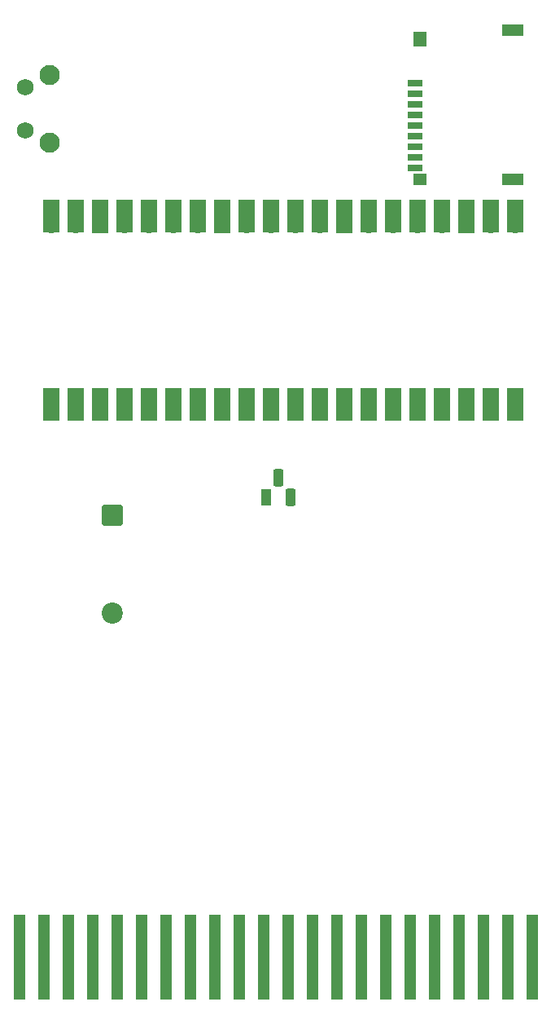
<source format=gbr>
%TF.GenerationSoftware,KiCad,Pcbnew,9.0.6*%
%TF.CreationDate,2025-12-23T16:48:34+01:00*%
%TF.ProjectId,PiRTOII2_cart,50695254-4f49-4493-925f-636172742e6b,1git*%
%TF.SameCoordinates,Original*%
%TF.FileFunction,Soldermask,Top*%
%TF.FilePolarity,Negative*%
%FSLAX46Y46*%
G04 Gerber Fmt 4.6, Leading zero omitted, Abs format (unit mm)*
G04 Created by KiCad (PCBNEW 9.0.6) date 2025-12-23 16:48:34*
%MOMM*%
%LPD*%
G01*
G04 APERTURE LIST*
G04 Aperture macros list*
%AMRoundRect*
0 Rectangle with rounded corners*
0 $1 Rounding radius*
0 $2 $3 $4 $5 $6 $7 $8 $9 X,Y pos of 4 corners*
0 Add a 4 corners polygon primitive as box body*
4,1,4,$2,$3,$4,$5,$6,$7,$8,$9,$2,$3,0*
0 Add four circle primitives for the rounded corners*
1,1,$1+$1,$2,$3*
1,1,$1+$1,$4,$5*
1,1,$1+$1,$6,$7*
1,1,$1+$1,$8,$9*
0 Add four rect primitives between the rounded corners*
20,1,$1+$1,$2,$3,$4,$5,0*
20,1,$1+$1,$4,$5,$6,$7,0*
20,1,$1+$1,$6,$7,$8,$9,0*
20,1,$1+$1,$8,$9,$2,$3,0*%
G04 Aperture macros list end*
%ADD10RoundRect,0.249999X-0.850001X0.850001X-0.850001X-0.850001X0.850001X-0.850001X0.850001X0.850001X0*%
%ADD11C,2.200000*%
%ADD12O,1.700000X1.700000*%
%ADD13R,1.700000X3.500000*%
%ADD14R,1.700000X1.700000*%
%ADD15R,1.100000X1.800000*%
%ADD16RoundRect,0.275000X-0.275000X-0.625000X0.275000X-0.625000X0.275000X0.625000X-0.275000X0.625000X0*%
%ADD17R,1.600000X0.700000*%
%ADD18R,2.200000X1.200000*%
%ADD19R,1.400000X1.600000*%
%ADD20R,1.400000X1.200000*%
%ADD21C,2.100000*%
%ADD22C,1.750000*%
%ADD23R,1.270000X8.840000*%
G04 APERTURE END LIST*
D10*
%TO.C,D1*%
X102050000Y-127840000D03*
D11*
X102050000Y-138000000D03*
%TD*%
D12*
%TO.C,U1*%
X95740000Y-115480000D03*
D13*
X95740000Y-116380000D03*
D12*
X98280000Y-115480000D03*
D13*
X98280000Y-116380000D03*
D14*
X100820000Y-115480000D03*
D13*
X100820000Y-116380000D03*
D12*
X103360000Y-115480000D03*
D13*
X103360000Y-116380000D03*
D12*
X105900000Y-115480000D03*
D13*
X105900000Y-116380000D03*
D12*
X108440000Y-115480000D03*
D13*
X108440000Y-116380000D03*
D12*
X110980000Y-115480000D03*
D13*
X110980000Y-116380000D03*
D14*
X113520000Y-115480000D03*
D13*
X113520000Y-116380000D03*
D12*
X116060000Y-115480000D03*
D13*
X116060000Y-116380000D03*
D12*
X118600000Y-115480000D03*
D13*
X118600000Y-116380000D03*
D12*
X121140000Y-115480000D03*
D13*
X121140000Y-116380000D03*
D12*
X123680000Y-115480000D03*
D13*
X123680000Y-116380000D03*
D14*
X126220000Y-115480000D03*
D13*
X126220000Y-116380000D03*
D12*
X128760000Y-115480000D03*
D13*
X128760000Y-116380000D03*
D12*
X131300000Y-115480000D03*
D13*
X131300000Y-116380000D03*
D12*
X133840000Y-115480000D03*
D13*
X133840000Y-116380000D03*
D12*
X136380000Y-115480000D03*
D13*
X136380000Y-116380000D03*
D14*
X138920000Y-115480000D03*
D13*
X138920000Y-116380000D03*
D12*
X141460000Y-115480000D03*
D13*
X141460000Y-116380000D03*
D12*
X144000000Y-115480000D03*
D13*
X144000000Y-116380000D03*
D12*
X144000000Y-97700000D03*
D13*
X144000000Y-96800000D03*
D12*
X141460000Y-97700000D03*
D13*
X141460000Y-96800000D03*
D14*
X138920000Y-97700000D03*
D13*
X138920000Y-96800000D03*
D12*
X136380000Y-97700000D03*
D13*
X136380000Y-96800000D03*
D12*
X133840000Y-97700000D03*
D13*
X133840000Y-96800000D03*
D12*
X131300000Y-97700000D03*
D13*
X131300000Y-96800000D03*
D12*
X128760000Y-97700000D03*
D13*
X128760000Y-96800000D03*
D14*
X126220000Y-97700000D03*
D13*
X126220000Y-96800000D03*
D12*
X123680000Y-97700000D03*
D13*
X123680000Y-96800000D03*
D12*
X121140000Y-97700000D03*
D13*
X121140000Y-96800000D03*
D12*
X118600000Y-97700000D03*
D13*
X118600000Y-96800000D03*
D12*
X116060000Y-97700000D03*
D13*
X116060000Y-96800000D03*
D14*
X113520000Y-97700000D03*
D13*
X113520000Y-96800000D03*
D12*
X110980000Y-97700000D03*
D13*
X110980000Y-96800000D03*
D12*
X108440000Y-97700000D03*
D13*
X108440000Y-96800000D03*
D12*
X105900000Y-97700000D03*
D13*
X105900000Y-96800000D03*
D12*
X103360000Y-97700000D03*
D13*
X103360000Y-96800000D03*
D14*
X100820000Y-97700000D03*
D13*
X100820000Y-96800000D03*
D12*
X98280000Y-97700000D03*
D13*
X98280000Y-96800000D03*
D12*
X95740000Y-97700000D03*
D13*
X95740000Y-96800000D03*
%TD*%
D15*
%TO.C,Q1*%
X118050000Y-126000000D03*
D16*
X119320000Y-123930000D03*
X120590000Y-126000000D03*
%TD*%
D17*
%TO.C,J3*%
X133602500Y-82970000D03*
X133602500Y-84070000D03*
X133602500Y-85170000D03*
X133602500Y-86270000D03*
X133602500Y-87370000D03*
X133602500Y-88470000D03*
X133602500Y-89570000D03*
X133602500Y-90670000D03*
X133602500Y-91770000D03*
D18*
X143702500Y-77470000D03*
D19*
X134102500Y-78370000D03*
D18*
X143702500Y-92970000D03*
D20*
X134102500Y-92970000D03*
%TD*%
D21*
%TO.C,SW1*%
X95530000Y-89180000D03*
X95530000Y-82170000D03*
D22*
X93040000Y-87930000D03*
X93040000Y-83430000D03*
%TD*%
D23*
%TO.C,CN1*%
X145737700Y-173734000D03*
X143197700Y-173734000D03*
X140657700Y-173734000D03*
X138117700Y-173734000D03*
X135577700Y-173734000D03*
X133037700Y-173734000D03*
X130497700Y-173734000D03*
X127957700Y-173734000D03*
X125417700Y-173734000D03*
X122877700Y-173734000D03*
X120337700Y-173734000D03*
X117797700Y-173734000D03*
X115257700Y-173734000D03*
X112717700Y-173734000D03*
X110177700Y-173734000D03*
X107637700Y-173734000D03*
X105097700Y-173734000D03*
X102557700Y-173734000D03*
X100017700Y-173734000D03*
X97477700Y-173734000D03*
X94937700Y-173734000D03*
X92397700Y-173734000D03*
%TD*%
M02*

</source>
